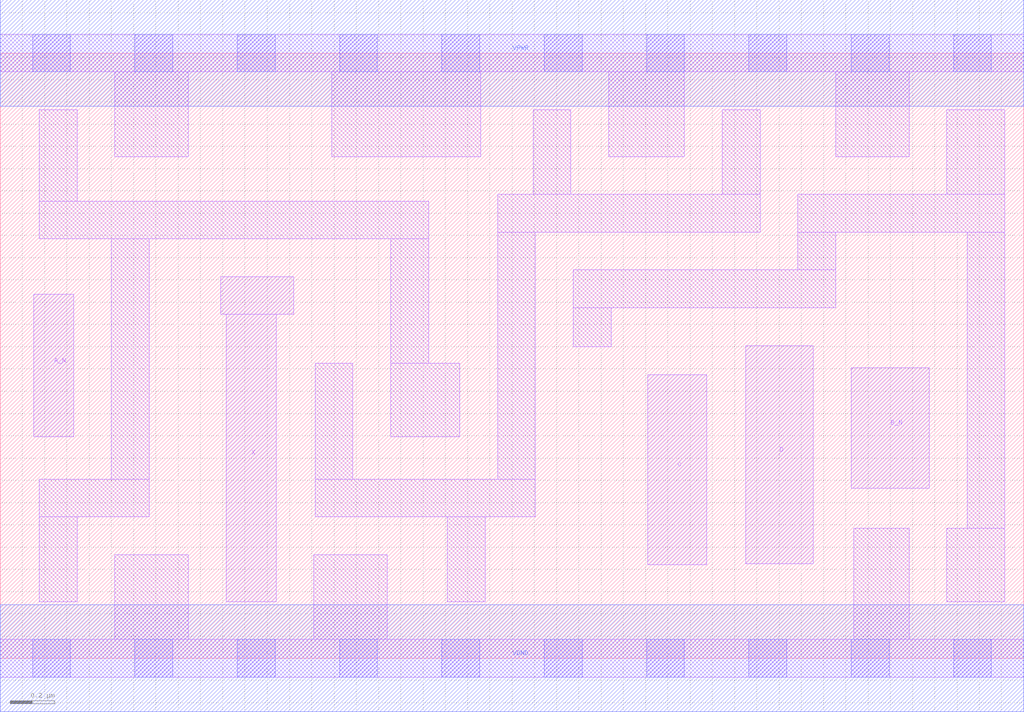
<source format=lef>
# Copyright 2020 The SkyWater PDK Authors
#
# Licensed under the Apache License, Version 2.0 (the "License");
# you may not use this file except in compliance with the License.
# You may obtain a copy of the License at
#
#     https://www.apache.org/licenses/LICENSE-2.0
#
# Unless required by applicable law or agreed to in writing, software
# distributed under the License is distributed on an "AS IS" BASIS,
# WITHOUT WARRANTIES OR CONDITIONS OF ANY KIND, either express or implied.
# See the License for the specific language governing permissions and
# limitations under the License.
#
# SPDX-License-Identifier: Apache-2.0

VERSION 5.7 ;
  NAMESCASESENSITIVE ON ;
  NOWIREEXTENSIONATPIN ON ;
  DIVIDERCHAR "/" ;
  BUSBITCHARS "[]" ;
UNITS
  DATABASE MICRONS 200 ;
END UNITS
MACRO sky130_fd_sc_hd__and4bb_2
  CLASS CORE ;
  SOURCE USER ;
  FOREIGN sky130_fd_sc_hd__and4bb_2 ;
  ORIGIN  0.000000  0.000000 ;
  SIZE  4.600000 BY  2.720000 ;
  SYMMETRY X Y R90 ;
  SITE unithd ;
  PIN A_N
    ANTENNAGATEAREA  0.126000 ;
    DIRECTION INPUT ;
    USE SIGNAL ;
    PORT
      LAYER li1 ;
        RECT 0.150000 0.995000 0.330000 1.635000 ;
    END
  END A_N
  PIN B_N
    ANTENNAGATEAREA  0.126000 ;
    DIRECTION INPUT ;
    USE SIGNAL ;
    PORT
      LAYER li1 ;
        RECT 3.825000 0.765000 4.175000 1.305000 ;
    END
  END B_N
  PIN C
    ANTENNAGATEAREA  0.126000 ;
    DIRECTION INPUT ;
    USE SIGNAL ;
    PORT
      LAYER li1 ;
        RECT 2.910000 0.420000 3.175000 1.275000 ;
    END
  END C
  PIN D
    ANTENNAGATEAREA  0.126000 ;
    DIRECTION INPUT ;
    USE SIGNAL ;
    PORT
      LAYER li1 ;
        RECT 3.350000 0.425000 3.655000 1.405000 ;
    END
  END D
  PIN X
    ANTENNADIFFAREA  0.445500 ;
    DIRECTION OUTPUT ;
    USE SIGNAL ;
    PORT
      LAYER li1 ;
        RECT 0.990000 1.545000 1.320000 1.715000 ;
        RECT 1.015000 0.255000 1.240000 1.545000 ;
    END
  END X
  PIN VGND
    DIRECTION INOUT ;
    SHAPE ABUTMENT ;
    USE GROUND ;
    PORT
      LAYER met1 ;
        RECT 0.000000 -0.240000 4.600000 0.240000 ;
    END
  END VGND
  PIN VPWR
    DIRECTION INOUT ;
    SHAPE ABUTMENT ;
    USE POWER ;
    PORT
      LAYER met1 ;
        RECT 0.000000 2.480000 4.600000 2.960000 ;
    END
  END VPWR
  OBS
    LAYER li1 ;
      RECT 0.000000 -0.085000 4.600000 0.085000 ;
      RECT 0.000000  2.635000 4.600000 2.805000 ;
      RECT 0.175000  0.255000 0.345000 0.635000 ;
      RECT 0.175000  0.635000 0.670000 0.805000 ;
      RECT 0.175000  1.885000 1.925000 2.055000 ;
      RECT 0.175000  2.055000 0.345000 2.465000 ;
      RECT 0.500000  0.805000 0.670000 1.885000 ;
      RECT 0.515000  0.085000 0.845000 0.465000 ;
      RECT 0.515000  2.255000 0.845000 2.635000 ;
      RECT 1.410000  0.085000 1.740000 0.465000 ;
      RECT 1.415000  0.635000 2.405000 0.805000 ;
      RECT 1.415000  0.805000 1.585000 1.325000 ;
      RECT 1.490000  2.255000 2.160000 2.635000 ;
      RECT 1.755000  0.995000 2.065000 1.325000 ;
      RECT 1.755000  1.325000 1.925000 1.885000 ;
      RECT 2.010000  0.255000 2.180000 0.635000 ;
      RECT 2.235000  0.805000 2.405000 1.915000 ;
      RECT 2.235000  1.915000 3.415000 2.085000 ;
      RECT 2.395000  2.085000 2.565000 2.465000 ;
      RECT 2.575000  1.400000 2.745000 1.575000 ;
      RECT 2.575000  1.575000 3.755000 1.745000 ;
      RECT 2.735000  2.255000 3.075000 2.635000 ;
      RECT 3.245000  2.085000 3.415000 2.465000 ;
      RECT 3.585000  1.745000 3.755000 1.915000 ;
      RECT 3.585000  1.915000 4.515000 2.085000 ;
      RECT 3.755000  2.255000 4.085000 2.635000 ;
      RECT 3.835000  0.085000 4.085000 0.585000 ;
      RECT 4.255000  0.255000 4.515000 0.585000 ;
      RECT 4.255000  2.085000 4.515000 2.465000 ;
      RECT 4.345000  0.585000 4.515000 1.915000 ;
    LAYER mcon ;
      RECT 0.145000 -0.085000 0.315000 0.085000 ;
      RECT 0.145000  2.635000 0.315000 2.805000 ;
      RECT 0.605000 -0.085000 0.775000 0.085000 ;
      RECT 0.605000  2.635000 0.775000 2.805000 ;
      RECT 1.065000 -0.085000 1.235000 0.085000 ;
      RECT 1.065000  2.635000 1.235000 2.805000 ;
      RECT 1.525000 -0.085000 1.695000 0.085000 ;
      RECT 1.525000  2.635000 1.695000 2.805000 ;
      RECT 1.985000 -0.085000 2.155000 0.085000 ;
      RECT 1.985000  2.635000 2.155000 2.805000 ;
      RECT 2.445000 -0.085000 2.615000 0.085000 ;
      RECT 2.445000  2.635000 2.615000 2.805000 ;
      RECT 2.905000 -0.085000 3.075000 0.085000 ;
      RECT 2.905000  2.635000 3.075000 2.805000 ;
      RECT 3.365000 -0.085000 3.535000 0.085000 ;
      RECT 3.365000  2.635000 3.535000 2.805000 ;
      RECT 3.825000 -0.085000 3.995000 0.085000 ;
      RECT 3.825000  2.635000 3.995000 2.805000 ;
      RECT 4.285000 -0.085000 4.455000 0.085000 ;
      RECT 4.285000  2.635000 4.455000 2.805000 ;
  END
END sky130_fd_sc_hd__and4bb_2
END LIBRARY

</source>
